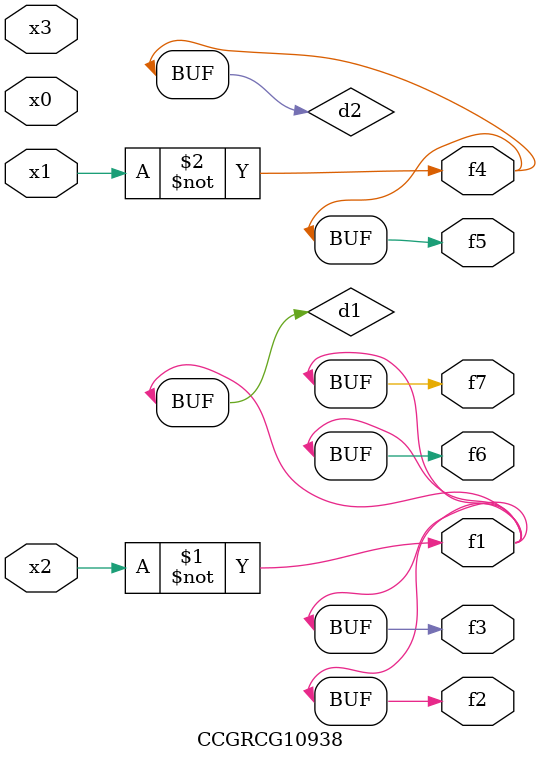
<source format=v>
module CCGRCG10938(
	input x0, x1, x2, x3,
	output f1, f2, f3, f4, f5, f6, f7
);

	wire d1, d2;

	xnor (d1, x2);
	not (d2, x1);
	assign f1 = d1;
	assign f2 = d1;
	assign f3 = d1;
	assign f4 = d2;
	assign f5 = d2;
	assign f6 = d1;
	assign f7 = d1;
endmodule

</source>
